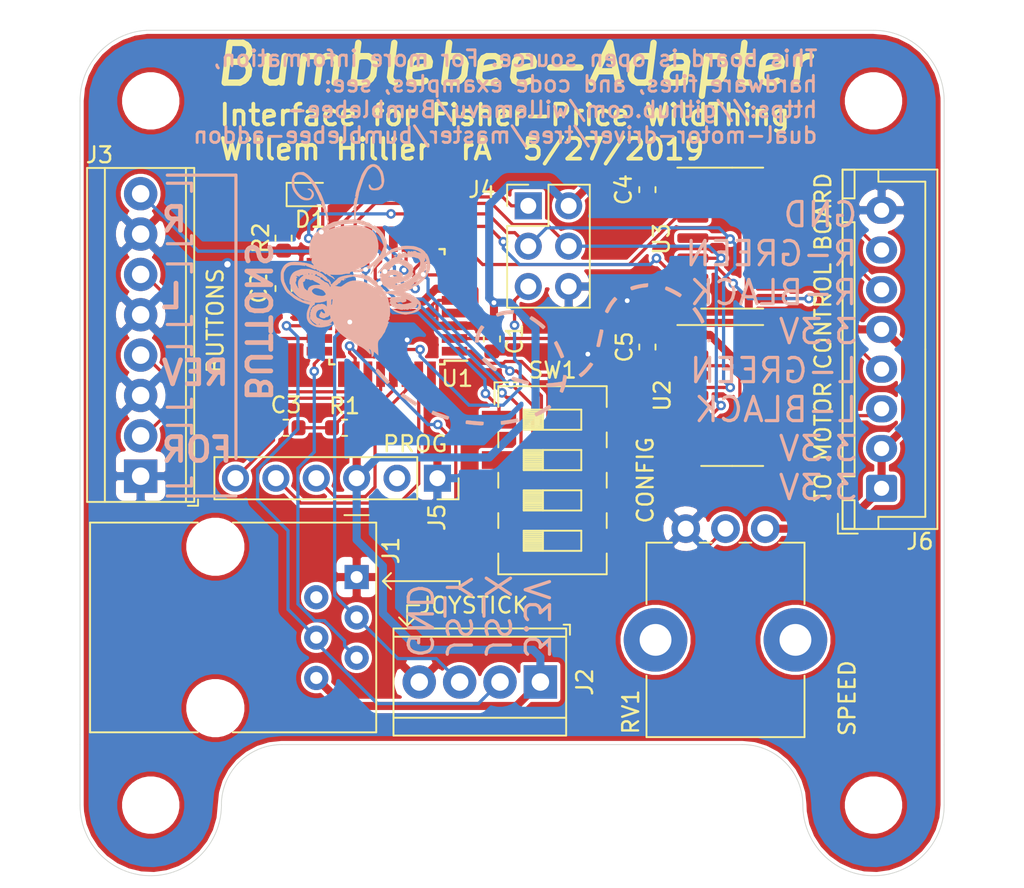
<source format=kicad_pcb>
(kicad_pcb (version 20171130) (host pcbnew "(5.1.0)-1")
  (layers (0 F.Cu signal) (31 B.Cu signal) (34 B.Paste user) (35 F.Paste user) (36 B.SilkS user) (37 F.SilkS user) (38 B.Mask user) (39 F.Mask user) (44 Edge.Cuts user))
  (net 0 "")
  (net 1 GND)
  (net 2 +3V3)
  (net 3 /FTDI_DTR)
  (net 4 /RESET)
  (net 5 "Net-(D1-Pad1)")
  (net 6 /LED1)
  (net 7 /JS_DETECT)
  (net 8 /JS_X)
  (net 9 /JS_Y)
  (net 10 /MISO)
  (net 11 /SCK)
  (net 12 /MOSI)
  (net 13 /FTDI_TX)
  (net 14 /FTDI_RX)
  (net 15 /L_GREEN)
  (net 16 /L_BLACK)
  (net 17 /R_GREEN)
  (net 18 "Net-(SW1-Pad1)")
  (net 19 "Net-(SW1-Pad2)")
  (net 20 "Net-(SW1-Pad3)")
  (net 21 "Net-(SW1-Pad4)")
  (net 22 /DAC1_CS)
  (net 23 /DAC1_LDAC)
  (net 24 /BTN_UP)
  (net 25 /DAC2_CS)
  (net 26 /DAC2_LDAC)
  (net 27 /BTN_DN)
  (net 28 "Net-(RV1-Pad2)")
  (net 29 /BTN_L)
  (net 30 /BTN_R)
  (net 31 /R_BLACK)
  (module logo:bumblebee_logo (layer B.Cu) (at 149.098 34.798 180)
    (fp_text reference G*** hide)
    (fp_text value LOGO hide)
  )
  (module footprints:RJ12_Amphenol_54601 (layer F.Cu) (at 140.335 52.578 270)
    (fp_text reference J1 (at -1.67 -2.16 90) (layer F.SilkS))
    (fp_text value RJ25)
    (pad 1 thru_hole rect (at 0 0 270) (size 1.52 1.52) (drill 0.76) (layers *.Cu *.Mask) (net 1 GND))
    (pad "" np_thru_hole circle (at -1.91 8.89 270) (size 3.25 3.25) (drill 3.25) (layers *.Cu *.Mask))
    (pad 2 thru_hole circle (at 1.27 2.54 270) (size 1.52 1.52) (drill 0.76) (layers *.Cu *.Mask))
    (pad 3 thru_hole circle (at 2.54 0 270) (size 1.52 1.52) (drill 0.76) (layers *.Cu *.Mask) (net 9 /JS_Y))
    (pad 4 thru_hole circle (at 3.81 2.54 270) (size 1.52 1.52) (drill 0.76) (layers *.Cu *.Mask) (net 8 /JS_X))
    (pad 5 thru_hole circle (at 5.08 0 270) (size 1.52 1.52) (drill 0.76) (layers *.Cu *.Mask) (net 7 /JS_DETECT))
    (pad 6 thru_hole circle (at 6.35 2.54 270) (size 1.52 1.52) (drill 0.76) (layers *.Cu *.Mask) (net 2 +3V3))
    (pad "" np_thru_hole circle (at 8.25 8.89 270) (size 3.25 3.25) (drill 3.25) (layers *.Cu *.Mask))
  )
  (module MountingHole:MountingHole_3.2mm_M3 (layer B.Cu) (at 127.381 66.929)
    (fp_text reference REF** hide)
    (fp_text value MountingHole_3.2mm_M3)
    (pad 1 np_thru_hole circle (at 0 0) (size 3.2 3.2) (drill 3.2) (layers *.Cu *.Mask))
  )
  (module MountingHole:MountingHole_3.2mm_M3 (layer F.Cu) (at 172.847 66.929 180)
    (fp_text reference REF** hide)
    (fp_text value MountingHole_3.2mm_M3)
    (pad 1 np_thru_hole circle (at 0 0 180) (size 3.2 3.2) (drill 3.2) (layers *.Cu *.Mask))
  )
  (module MountingHole:MountingHole_3.2mm_M3 (layer B.Cu) (at 172.847 22.606 180)
    (fp_text reference REF** hide)
    (fp_text value MountingHole_3.2mm_M3)
    (pad 1 np_thru_hole circle (at 0 0 180) (size 3.2 3.2) (drill 3.2) (layers *.Cu *.Mask))
  )
  (module MountingHole:MountingHole_3.2mm_M3 (layer F.Cu) (at 127.381 22.606)
    (fp_text reference REF** hide)
    (fp_text value MountingHole_3.2mm_M3)
    (pad 1 np_thru_hole circle (at 0 0) (size 3.2 3.2) (drill 3.2) (layers *.Cu *.Mask))
  )
  (module Connector_JST:JST_XH_B8B-XH-A_1x08_P2.50mm_Vertical (layer F.Cu) (at 173.355 46.99 90)
    (fp_text reference J6 (at -3.3528 2.413 180) (layer F.SilkS))
    (fp_text value INTERFACE)
    (pad 1 thru_hole roundrect (at 0 0 90) (size 1.7 1.95) (drill 0.95) (layers *.Cu *.Mask) (roundrect_rratio 0.147059) (net 2 +3V3))
    (pad 2 thru_hole oval (at 2.5 0 90) (size 1.7 1.95) (drill 0.95) (layers *.Cu *.Mask) (net 2 +3V3))
    (pad 3 thru_hole oval (at 5 0 90) (size 1.7 1.95) (drill 0.95) (layers *.Cu *.Mask) (net 16 /L_BLACK))
    (pad 4 thru_hole oval (at 7.5 0 90) (size 1.7 1.95) (drill 0.95) (layers *.Cu *.Mask) (net 15 /L_GREEN))
    (pad 5 thru_hole oval (at 10 0 90) (size 1.7 1.95) (drill 0.95) (layers *.Cu *.Mask) (net 2 +3V3))
    (pad 6 thru_hole oval (at 12.5 0 90) (size 1.7 1.95) (drill 0.95) (layers *.Cu *.Mask) (net 31 /R_BLACK))
    (pad 7 thru_hole oval (at 15 0 90) (size 1.7 1.95) (drill 0.95) (layers *.Cu *.Mask) (net 17 /R_GREEN))
    (pad 8 thru_hole oval (at 17.5 0 90) (size 1.7 1.95) (drill 0.95) (layers *.Cu *.Mask) (net 1 GND))
  )
  (module Capacitor_SMD:C_0603_1608Metric (layer F.Cu) (at 148.844 37.592 270)
    (fp_text reference C1 (at 0 -1.43 90) (layer F.SilkS))
    (fp_text value 0.1u)
    (pad 2 smd roundrect (at 0.7875 0 270) (size 0.875 0.95) (layers F.Cu F.Paste F.Mask) (net 1 GND))
    (pad 1 smd roundrect (at -0.7875 0 270) (size 0.875 0.95) (layers F.Cu F.Paste F.Mask) (net 2 +3V3))
  )
  (module Capacitor_SMD:C_0603_1608Metric (layer F.Cu) (at 135.7376 34.417 270)
    (fp_text reference C2 (at -0.0254 1.5494 90) (layer F.SilkS))
    (fp_text value 0.1u)
    (pad 1 smd roundrect (at -0.7875 0 270) (size 0.875 0.95) (layers F.Cu F.Paste F.Mask) (net 2 +3V3))
    (pad 2 smd roundrect (at 0.7875 0 270) (size 0.875 0.95) (layers F.Cu F.Paste F.Mask) (net 1 GND))
  )
  (module Capacitor_SMD:C_0603_1608Metric (layer F.Cu) (at 135.89 43.18)
    (fp_text reference C3 (at 0 -1.43) (layer F.SilkS))
    (fp_text value 0.1u)
    (pad 1 smd roundrect (at -0.7875 0) (size 0.875 0.95) (layers F.Cu F.Paste F.Mask) (net 3 /FTDI_DTR))
    (pad 2 smd roundrect (at 0.7875 0) (size 0.875 0.95) (layers F.Cu F.Paste F.Mask) (net 4 /RESET))
  )
  (module Capacitor_SMD:C_0603_1608Metric (layer F.Cu) (at 158.623 28.194 270)
    (fp_text reference C4 (at 0 1.4986 90) (layer F.SilkS))
    (fp_text value 0.1u)
    (pad 1 smd roundrect (at -0.7875 0 270) (size 0.875 0.95) (layers F.Cu F.Paste F.Mask) (net 2 +3V3))
    (pad 2 smd roundrect (at 0.7875 0 270) (size 0.875 0.95) (layers F.Cu F.Paste F.Mask) (net 1 GND))
  )
  (module Capacitor_SMD:C_0603_1608Metric (layer F.Cu) (at 158.623 38.1 270)
    (fp_text reference C5 (at 0 1.4478 90) (layer F.SilkS))
    (fp_text value 0.1u)
    (pad 2 smd roundrect (at 0.7875 0 270) (size 0.875 0.95) (layers F.Cu F.Paste F.Mask) (net 1 GND))
    (pad 1 smd roundrect (at -0.7875 0 270) (size 0.875 0.95) (layers F.Cu F.Paste F.Mask) (net 2 +3V3))
  )
  (module LED_SMD:LED_0603_1608Metric (layer F.Cu) (at 137.414 28.4988)
    (fp_text reference D1 (at 0 1.5748) (layer F.SilkS))
    (fp_text value LED)
    (pad 1 smd roundrect (at -0.7875 0) (size 0.875 0.95) (layers F.Cu F.Paste F.Mask) (net 5 "Net-(D1-Pad1)"))
    (pad 2 smd roundrect (at 0.7875 0) (size 0.875 0.95) (layers F.Cu F.Paste F.Mask) (net 6 /LED1))
  )
  (module Connector_PinHeader_2.54mm:PinHeader_2x03_P2.54mm_Vertical (layer F.Cu) (at 151.13 29.21)
    (fp_text reference J4 (at -2.921 -1.016) (layer F.SilkS))
    (fp_text value ICSP)
    (pad 1 thru_hole rect (at 0 0) (size 1.7 1.7) (drill 1) (layers *.Cu *.Mask) (net 10 /MISO))
    (pad 2 thru_hole oval (at 2.54 0) (size 1.7 1.7) (drill 1) (layers *.Cu *.Mask) (net 2 +3V3))
    (pad 3 thru_hole oval (at 0 2.54) (size 1.7 1.7) (drill 1) (layers *.Cu *.Mask) (net 11 /SCK))
    (pad 4 thru_hole oval (at 2.54 2.54) (size 1.7 1.7) (drill 1) (layers *.Cu *.Mask) (net 12 /MOSI))
    (pad 5 thru_hole oval (at 0 5.08) (size 1.7 1.7) (drill 1) (layers *.Cu *.Mask) (net 4 /RESET))
    (pad 6 thru_hole oval (at 2.54 5.08) (size 1.7 1.7) (drill 1) (layers *.Cu *.Mask) (net 1 GND))
  )
  (module Resistor_SMD:R_0603_1608Metric (layer F.Cu) (at 139.573 43.18 180)
    (fp_text reference R1 (at 0 1.3716) (layer F.SilkS))
    (fp_text value 10k)
    (pad 1 smd roundrect (at -0.7875 0 180) (size 0.875 0.95) (layers F.Cu F.Paste F.Mask) (net 2 +3V3))
    (pad 2 smd roundrect (at 0.7875 0 180) (size 0.875 0.95) (layers F.Cu F.Paste F.Mask) (net 4 /RESET))
  )
  (module Resistor_SMD:R_0603_1608Metric (layer F.Cu) (at 135.7376 31.242 90)
    (fp_text reference R2 (at 0 -1.43 90) (layer F.SilkS))
    (fp_text value 1k)
    (pad 1 smd roundrect (at -0.7875 0 90) (size 0.875 0.95) (layers F.Cu F.Paste F.Mask) (net 1 GND))
    (pad 2 smd roundrect (at 0.7875 0 90) (size 0.875 0.95) (layers F.Cu F.Paste F.Mask) (net 5 "Net-(D1-Pad1)"))
  )
  (module Button_Switch_SMD:SW_DIP_SPSTx04_Slide_6.7x11.72mm_W6.73mm_P2.54mm_LowProfile_JPin (layer F.Cu) (at 152.654 46.482)
    (fp_text reference SW1 (at 0 -6.92 -180) (layer F.SilkS))
    (fp_text value SW_DIP_x04)
    (pad 8 smd rect (at 3.365 -3.81) (size 2.16 1.12) (layers F.Cu F.Paste F.Mask) (net 1 GND))
    (pad 4 smd rect (at -3.365 3.81) (size 2.16 1.12) (layers F.Cu F.Paste F.Mask) (net 21 "Net-(SW1-Pad4)"))
    (pad 7 smd rect (at 3.365 -1.27) (size 2.16 1.12) (layers F.Cu F.Paste F.Mask) (net 1 GND))
    (pad 3 smd rect (at -3.365 1.27) (size 2.16 1.12) (layers F.Cu F.Paste F.Mask) (net 20 "Net-(SW1-Pad3)"))
    (pad 6 smd rect (at 3.365 1.27) (size 2.16 1.12) (layers F.Cu F.Paste F.Mask) (net 1 GND))
    (pad 2 smd rect (at -3.365 -1.27) (size 2.16 1.12) (layers F.Cu F.Paste F.Mask) (net 19 "Net-(SW1-Pad2)"))
    (pad 5 smd rect (at 3.365 3.81) (size 2.16 1.12) (layers F.Cu F.Paste F.Mask) (net 1 GND))
    (pad 1 smd rect (at -3.365 -3.81) (size 2.16 1.12) (layers F.Cu F.Paste F.Mask) (net 18 "Net-(SW1-Pad1)"))
  )
  (module Package_QFP:TQFP-32_7x7mm_P0.8mm (layer F.Cu) (at 142.24 35.56 180)
    (fp_text reference U1 (at -4.4196 -4.5212) (layer F.SilkS))
    (fp_text value ATmega328P-AU)
    (pad 1 smd rect (at -4.25 -2.8 180) (size 1.6 0.55) (layers F.Cu F.Paste F.Mask) (net 22 /DAC1_CS))
    (pad 2 smd rect (at -4.25 -2 180) (size 1.6 0.55) (layers F.Cu F.Paste F.Mask) (net 23 /DAC1_LDAC))
    (pad 3 smd rect (at -4.25 -1.2 180) (size 1.6 0.55) (layers F.Cu F.Paste F.Mask) (net 1 GND))
    (pad 4 smd rect (at -4.25 -0.4 180) (size 1.6 0.55) (layers F.Cu F.Paste F.Mask) (net 2 +3V3))
    (pad 5 smd rect (at -4.25 0.4 180) (size 1.6 0.55) (layers F.Cu F.Paste F.Mask) (net 1 GND))
    (pad 6 smd rect (at -4.25 1.2 180) (size 1.6 0.55) (layers F.Cu F.Paste F.Mask) (net 2 +3V3))
    (pad 7 smd rect (at -4.25 2 180) (size 1.6 0.55) (layers F.Cu F.Paste F.Mask) (net 21 "Net-(SW1-Pad4)"))
    (pad 8 smd rect (at -4.25 2.8 180) (size 1.6 0.55) (layers F.Cu F.Paste F.Mask) (net 24 /BTN_UP))
    (pad 9 smd rect (at -2.8 4.25 270) (size 1.6 0.55) (layers F.Cu F.Paste F.Mask) (net 25 /DAC2_CS))
    (pad 10 smd rect (at -2 4.25 270) (size 1.6 0.55) (layers F.Cu F.Paste F.Mask) (net 26 /DAC2_LDAC))
    (pad 11 smd rect (at -1.2 4.25 270) (size 1.6 0.55) (layers F.Cu F.Paste F.Mask) (net 6 /LED1))
    (pad 12 smd rect (at -0.4 4.25 270) (size 1.6 0.55) (layers F.Cu F.Paste F.Mask) (net 20 "Net-(SW1-Pad3)"))
    (pad 13 smd rect (at 0.4 4.25 270) (size 1.6 0.55) (layers F.Cu F.Paste F.Mask) (net 19 "Net-(SW1-Pad2)"))
    (pad 14 smd rect (at 1.2 4.25 270) (size 1.6 0.55) (layers F.Cu F.Paste F.Mask) (net 18 "Net-(SW1-Pad1)"))
    (pad 15 smd rect (at 2 4.25 270) (size 1.6 0.55) (layers F.Cu F.Paste F.Mask) (net 12 /MOSI))
    (pad 16 smd rect (at 2.8 4.25 270) (size 1.6 0.55) (layers F.Cu F.Paste F.Mask) (net 10 /MISO))
    (pad 17 smd rect (at 4.25 2.8 180) (size 1.6 0.55) (layers F.Cu F.Paste F.Mask) (net 11 /SCK))
    (pad 18 smd rect (at 4.25 2 180) (size 1.6 0.55) (layers F.Cu F.Paste F.Mask) (net 2 +3V3))
    (pad 19 smd rect (at 4.25 1.2 180) (size 1.6 0.55) (layers F.Cu F.Paste F.Mask) (net 9 /JS_Y))
    (pad 20 smd rect (at 4.25 0.4 180) (size 1.6 0.55) (layers F.Cu F.Paste F.Mask))
    (pad 21 smd rect (at 4.25 -0.4 180) (size 1.6 0.55) (layers F.Cu F.Paste F.Mask) (net 1 GND))
    (pad 22 smd rect (at 4.25 -1.2 180) (size 1.6 0.55) (layers F.Cu F.Paste F.Mask) (net 8 /JS_X))
    (pad 23 smd rect (at 4.25 -2 180) (size 1.6 0.55) (layers F.Cu F.Paste F.Mask) (net 27 /BTN_DN))
    (pad 24 smd rect (at 4.25 -2.8 180) (size 1.6 0.55) (layers F.Cu F.Paste F.Mask) (net 7 /JS_DETECT))
    (pad 25 smd rect (at 2.8 -4.25 270) (size 1.6 0.55) (layers F.Cu F.Paste F.Mask))
    (pad 26 smd rect (at 2 -4.25 270) (size 1.6 0.55) (layers F.Cu F.Paste F.Mask) (net 28 "Net-(RV1-Pad2)"))
    (pad 27 smd rect (at 1.2 -4.25 270) (size 1.6 0.55) (layers F.Cu F.Paste F.Mask) (net 29 /BTN_L))
    (pad 28 smd rect (at 0.4 -4.25 270) (size 1.6 0.55) (layers F.Cu F.Paste F.Mask) (net 30 /BTN_R))
    (pad 29 smd rect (at -0.4 -4.25 270) (size 1.6 0.55) (layers F.Cu F.Paste F.Mask) (net 4 /RESET))
    (pad 30 smd rect (at -1.2 -4.25 270) (size 1.6 0.55) (layers F.Cu F.Paste F.Mask) (net 13 /FTDI_TX))
    (pad 31 smd rect (at -2 -4.25 270) (size 1.6 0.55) (layers F.Cu F.Paste F.Mask) (net 14 /FTDI_RX))
    (pad 32 smd rect (at -2.8 -4.25 270) (size 1.6 0.55) (layers F.Cu F.Paste F.Mask))
  )
  (module Package_SO:SOIC-14_3.9x8.7mm_P1.27mm (layer F.Cu) (at 163.957 41.148)
    (fp_text reference U2 (at -4.3942 0 90) (layer F.SilkS))
    (fp_text value MCP4902)
    (pad 14 smd roundrect (at 2.475 -3.81) (size 1.95 0.6) (layers F.Cu F.Paste F.Mask) (net 15 /L_GREEN))
    (pad 13 smd roundrect (at 2.475 -2.54) (size 1.95 0.6) (layers F.Cu F.Paste F.Mask) (net 2 +3V3))
    (pad 12 smd roundrect (at 2.475 -1.27) (size 1.95 0.6) (layers F.Cu F.Paste F.Mask) (net 1 GND))
    (pad 11 smd roundrect (at 2.475 0) (size 1.95 0.6) (layers F.Cu F.Paste F.Mask) (net 2 +3V3))
    (pad 10 smd roundrect (at 2.475 1.27) (size 1.95 0.6) (layers F.Cu F.Paste F.Mask) (net 16 /L_BLACK))
    (pad 9 smd roundrect (at 2.475 2.54) (size 1.95 0.6) (layers F.Cu F.Paste F.Mask))
    (pad 8 smd roundrect (at 2.475 3.81) (size 1.95 0.6) (layers F.Cu F.Paste F.Mask) (net 23 /DAC1_LDAC))
    (pad 7 smd roundrect (at -2.475 3.81) (size 1.95 0.6) (layers F.Cu F.Paste F.Mask))
    (pad 6 smd roundrect (at -2.475 2.54) (size 1.95 0.6) (layers F.Cu F.Paste F.Mask))
    (pad 5 smd roundrect (at -2.475 1.27) (size 1.95 0.6) (layers F.Cu F.Paste F.Mask) (net 12 /MOSI))
    (pad 4 smd roundrect (at -2.475 0) (size 1.95 0.6) (layers F.Cu F.Paste F.Mask) (net 11 /SCK))
    (pad 3 smd roundrect (at -2.475 -1.27) (size 1.95 0.6) (layers F.Cu F.Paste F.Mask) (net 22 /DAC1_CS))
    (pad 2 smd roundrect (at -2.475 -2.54) (size 1.95 0.6) (layers F.Cu F.Paste F.Mask))
    (pad 1 smd roundrect (at -2.475 -3.81) (size 1.95 0.6) (layers F.Cu F.Paste F.Mask) (net 2 +3V3))
  )
  (module Package_SO:SOIC-14_3.9x8.7mm_P1.27mm (layer F.Cu) (at 163.957 31.242)
    (fp_text reference U3 (at -4.445 0.0508 90) (layer F.SilkS))
    (fp_text value MCP4902)
    (pad 1 smd roundrect (at -2.475 -3.81) (size 1.95 0.6) (layers F.Cu F.Paste F.Mask) (net 2 +3V3))
    (pad 2 smd roundrect (at -2.475 -2.54) (size 1.95 0.6) (layers F.Cu F.Paste F.Mask))
    (pad 3 smd roundrect (at -2.475 -1.27) (size 1.95 0.6) (layers F.Cu F.Paste F.Mask) (net 25 /DAC2_CS))
    (pad 4 smd roundrect (at -2.475 0) (size 1.95 0.6) (layers F.Cu F.Paste F.Mask) (net 11 /SCK))
    (pad 5 smd roundrect (at -2.475 1.27) (size 1.95 0.6) (layers F.Cu F.Paste F.Mask) (net 12 /MOSI))
    (pad 6 smd roundrect (at -2.475 2.54) (size 1.95 0.6) (layers F.Cu F.Paste F.Mask))
    (pad 7 smd roundrect (at -2.475 3.81) (size 1.95 0.6) (layers F.Cu F.Paste F.Mask))
    (pad 8 smd roundrect (at 2.475 3.81) (size 1.95 0.6) (layers F.Cu F.Paste F.Mask) (net 26 /DAC2_LDAC))
    (pad 9 smd roundrect (at 2.475 2.54) (size 1.95 0.6) (layers F.Cu F.Paste F.Mask))
    (pad 10 smd roundrect (at 2.475 1.27) (size 1.95 0.6) (layers F.Cu F.Paste F.Mask) (net 31 /R_BLACK))
    (pad 11 smd roundrect (at 2.475 0) (size 1.95 0.6) (layers F.Cu F.Paste F.Mask) (net 2 +3V3))
    (pad 12 smd roundrect (at 2.475 -1.27) (size 1.95 0.6) (layers F.Cu F.Paste F.Mask) (net 1 GND))
    (pad 13 smd roundrect (at 2.475 -2.54) (size 1.95 0.6) (layers F.Cu F.Paste F.Mask) (net 2 +3V3))
    (pad 14 smd roundrect (at 2.475 -3.81) (size 1.95 0.6) (layers F.Cu F.Paste F.Mask) (net 17 /R_GREEN))
  )
  (module Connector_PinSocket_2.54mm:PinSocket_1x06_P2.54mm_Vertical (layer F.Cu) (at 145.415 46.355 270)
    (fp_text reference J5 (at 2.4638 0.0254 90) (layer F.SilkS))
    (fp_text value FTDI_FLASH)
    (pad 1 thru_hole rect (at 0 0 270) (size 1.7 1.7) (drill 1) (layers *.Cu *.Mask) (net 1 GND))
    (pad 2 thru_hole oval (at 0 2.54 270) (size 1.7 1.7) (drill 1) (layers *.Cu *.Mask))
    (pad 3 thru_hole oval (at 0 5.08 270) (size 1.7 1.7) (drill 1) (layers *.Cu *.Mask) (net 2 +3V3))
    (pad 4 thru_hole oval (at 0 7.62 270) (size 1.7 1.7) (drill 1) (layers *.Cu *.Mask) (net 13 /FTDI_TX))
    (pad 5 thru_hole oval (at 0 10.16 270) (size 1.7 1.7) (drill 1) (layers *.Cu *.Mask) (net 14 /FTDI_RX))
    (pad 6 thru_hole oval (at 0 12.7 270) (size 1.7 1.7) (drill 1) (layers *.Cu *.Mask) (net 3 /FTDI_DTR))
  )
  (module footprints:TerminalBlock_TE_282834-4_1x04_P2.54mm_Horizontal (layer F.Cu) (at 151.892 59.182 180)
    (fp_text reference J2 (at -2.794 0 270) (layer F.SilkS))
    (fp_text value HEADER)
    (pad 1 thru_hole rect (at 0 0 180) (size 2.1 2.1) (drill 1.1) (layers *.Cu *.Mask) (net 2 +3V3))
    (pad 2 thru_hole circle (at 2.54 0 180) (size 2.1 2.1) (drill 1.1) (layers *.Cu *.Mask) (net 8 /JS_X))
    (pad 3 thru_hole circle (at 5.08 0 180) (size 2.1 2.1) (drill 1.1) (layers *.Cu *.Mask) (net 9 /JS_Y))
    (pad 4 thru_hole circle (at 7.62 0 180) (size 2.1 2.1) (drill 1.1) (layers *.Cu *.Mask) (net 1 GND))
  )
  (module footprints:TerminalBlock_TE_282834-8_1x08_P2.54mm_Horizontal (layer F.Cu) (at 126.746 46.228 90)
    (fp_text reference J3 (at 20.2184 -2.5908) (layer F.SilkS))
    (fp_text value HEADER)
    (pad 8 thru_hole circle (at 17.78 0 90) (size 2.1 2.1) (drill 1.1) (layers *.Cu *.Mask) (net 24 /BTN_UP))
    (pad 7 thru_hole circle (at 15.24 0 90) (size 2.1 2.1) (drill 1.1) (layers *.Cu *.Mask) (net 1 GND))
    (pad 6 thru_hole circle (at 12.7 0 90) (size 2.1 2.1) (drill 1.1) (layers *.Cu *.Mask) (net 27 /BTN_DN))
    (pad 5 thru_hole circle (at 10.16 0 90) (size 2.1 2.1) (drill 1.1) (layers *.Cu *.Mask) (net 1 GND))
    (pad 4 thru_hole circle (at 7.62 0 90) (size 2.1 2.1) (drill 1.1) (layers *.Cu *.Mask) (net 29 /BTN_L))
    (pad 3 thru_hole circle (at 5.08 0 90) (size 2.1 2.1) (drill 1.1) (layers *.Cu *.Mask) (net 1 GND))
    (pad 2 thru_hole circle (at 2.54 0 90) (size 2.1 2.1) (drill 1.1) (layers *.Cu *.Mask) (net 30 /BTN_R))
    (pad 1 thru_hole rect (at 0 0 90) (size 2.1 2.1) (drill 1.1) (layers *.Cu *.Mask) (net 1 GND))
  )
  (module footprints:Potentiometer_Bourns_PTV09A-1_Single_Vertical (layer F.Cu) (at 161.036 49.53 270)
    (fp_text reference RV1 (at 11.5316 3.4544 90) (layer F.SilkS))
    (fp_text value R_POT_US)
    (pad 3 thru_hole circle (at 0 -5 270) (size 1.8 1.8) (drill 1) (layers *.Cu *.Mask) (net 2 +3V3))
    (pad 2 thru_hole circle (at 0 -2.5 270) (size 1.8 1.8) (drill 1) (layers *.Cu *.Mask) (net 28 "Net-(RV1-Pad2)"))
    (pad 1 thru_hole circle (at 0 0 270) (size 1.8 1.8) (drill 1) (layers *.Cu *.Mask) (net 1 GND))
    (pad "" np_thru_hole circle (at 7 -6.9 270) (size 4 4) (drill 2) (layers *.Cu *.Mask))
    (pad "" np_thru_hole circle (at 7 1.9 270) (size 4 4) (drill 2) (layers *.Cu *.Mask))
  )
  (gr_text "This board is open source. For more information,\nhardware files, and code examples, see:\nhttps://github.com/willemcvu/Bumblebee-\ndual-motor-driver/tree/master/bumblebee-addon\n" (at 169.418 22.352) (layer B.SilkS) (effects (font (size 1 1) (thickness 0.18)) (justify left mirror)))
  (gr_text "Willem Hillier  rA  5/27/2019" (at 131.572 25.654) (layer F.SilkS) (effects (font (size 1.3 1.3) (thickness 0.24)) (justify left)))
  (gr_text Bumblebee-Adapter (at 131.191 20.32) (layer F.SilkS) (effects (font (size 2.5 2.5) (thickness 0.4) italic) (justify left)))
  (gr_text "Interface for Fisher-Price WildThing" (at 131.572 23.495) (layer F.SilkS) (effects (font (size 1.3 1.3) (thickness 0.24)) (justify left)))
  (gr_text "3.3V\nJS_X\nJS_Y\nGND" (at 147.955 57.785 270) (layer B.SilkS) (effects (font (size 1.524 1.524) (thickness 0.2032)) (justify left mirror)))
  (gr_text "GND\nR-GREEN\nR-BLACK\n3.3V\nL-GREEN\nL-BLACK\n3.3V\n3.3V" (at 171.958 38.354) (layer B.SilkS) (effects (font (size 1.524 1.524) (thickness 0.2032)) (justify left mirror)))
  (gr_text PROG (at 144.018 44.196) (layer F.SilkS) (effects (font (size 1 1))))
  (gr_text SPEED (at 171.196 60.198 90) (layer F.SilkS) (effects (font (size 1 1))))
  (gr_text CONFIG (at 158.496 46.482 90) (layer F.SilkS) (effects (font (size 1 1))))
  (gr_line (start 143.51 54.356) (end 143.51 54.61) (layer F.SilkS) (width 0.12))
  (gr_line (start 144.272 54.356) (end 143.51 54.356) (layer F.SilkS) (width 0.12))
  (gr_line (start 141.986 52.832) (end 142.494 53.34) (layer F.SilkS) (width 0.12))
  (gr_line (start 141.986 52.832) (end 142.494 52.324) (layer F.SilkS) (width 0.12))
  (gr_line (start 146.812 52.832) (end 141.986 52.832) (layer F.SilkS) (width 0.12))
  (gr_line (start 146.812 53.34) (end 146.812 52.832) (layer F.SilkS) (width 0.12))
  (gr_line (start 143.51 55.626) (end 144.018 55.118) (layer F.SilkS) (width 0.12))
  (gr_line (start 143.51 55.626) (end 143.002 55.118) (layer F.SilkS) (width 0.12))
  (gr_line (start 143.51 54.61) (end 143.51 55.626) (layer F.SilkS) (width 0.12))
  (gr_text JOYSTICK (at 147.701 54.356) (layer F.SilkS) (effects (font (size 1 1))))
  (gr_text BUTTONS (at 131.445 36.449 90) (layer F.SilkS) (effects (font (size 1 1))))
  (gr_line (start 129.9464 46.3296) (end 129.9464 46.8376) (layer B.SilkS) (width 0.2))
  (gr_line (start 129.9464 41.8846) (end 128.4224 41.8846) (layer B.SilkS) (width 0.2))
  (gr_line (start 129.9464 43.0276) (end 128.4224 43.0276) (layer B.SilkS) (width 0.2))
  (gr_line (start 129.9464 27.7876) (end 129.9464 28.2956) (layer B.SilkS) (width 0.2))
  (gr_line (start 129.9464 36.1696) (end 129.9464 36.6776) (layer B.SilkS) (width 0.2))
  (gr_line (start 129.9464 36.6776) (end 128.4224 36.6776) (layer B.SilkS) (width 0.2))
  (gr_line (start 129.9464 43.0276) (end 129.9464 43.5356) (layer B.SilkS) (width 0.2))
  (gr_line (start 132.7404 45.1104) (end 132.7404 27.2796) (layer B.SilkS) (width 0.2))
  (gr_line (start 129.9464 41.3766) (end 129.9464 41.8846) (layer B.SilkS) (width 0.2))
  (gr_line (start 129.9464 38.0746) (end 129.9464 38.5826) (layer B.SilkS) (width 0.2))
  (gr_line (start 129.9464 27.7876) (end 128.4224 27.7876) (layer B.SilkS) (width 0.2))
  (gr_line (start 129.9464 31.0896) (end 129.9464 31.5976) (layer B.SilkS) (width 0.2))
  (gr_line (start 129.9464 46.8376) (end 128.4224 46.8376) (layer B.SilkS) (width 0.2))
  (gr_line (start 129.9464 38.0746) (end 128.4224 38.0746) (layer B.SilkS) (width 0.2))
  (gr_line (start 129.9464 31.5976) (end 128.4224 31.5976) (layer B.SilkS) (width 0.2))
  (gr_line (start 129.9464 32.8676) (end 128.4224 32.8676) (layer B.SilkS) (width 0.2))
  (gr_line (start 129.9464 32.8676) (end 129.9464 33.3756) (layer B.SilkS) (width 0.2))
  (gr_line (start 132.7404 27.2796) (end 128.4224 27.2796) (layer B.SilkS) (width 0.2))
  (gr_line (start 128.4224 47.4726) (end 132.7404 47.4726) (layer B.SilkS) (width 0.2))
  (gr_text "R\n\nL\n\nREV\n\nFOR" (at 127.9144 37.3126) (layer B.SilkS) (effects (font (size 1.5 1.5) (thickness 0.3)) (justify right mirror)))
  (gr_text BUTTONS (at 134.112 41.656 270) (layer B.SilkS) (effects (font (size 1.5 1.5) (thickness 0.3)) (justify left mirror)))
  (gr_text "TO MOTOR CONTROL BOARD" (at 169.672 37.4904 90) (layer F.SilkS) (effects (font (size 1 1))))
  (gr_arc (start 135.636 66.929) (end 131.826 66.929) (angle 90) (layer Edge.Cuts) (width 0.05))
  (gr_line (start 122.936 63.119) (end 122.936 66.929) (layer Edge.Cuts) (width 0.05))
  (gr_arc (start 127.381 66.929) (end 131.826 66.929) (angle 180) (layer Edge.Cuts) (width 0.05))
  (gr_arc (start 172.847 66.929) (end 168.402 66.929) (angle -180) (layer Edge.Cuts) (width 0.05))
  (gr_line (start 177.292 63.119) (end 177.292 66.929) (layer Edge.Cuts) (width 0.05))
  (gr_arc (start 164.592 66.929) (end 168.402 66.929) (angle -90) (layer Edge.Cuts) (width 0.05))
  (gr_arc (start 172.847 22.606) (end 172.847 18.161) (angle 90) (layer Edge.Cuts) (width 0.05))
  (gr_line (start 177.292 26.416) (end 177.292 22.606) (layer Edge.Cuts) (width 0.05))
  (gr_arc (start 127.388251 22.606) (end 127.127 18.161) (angle -86.63636006) (layer Edge.Cuts) (width 0.05))
  (gr_line (start 122.936 26.416) (end 122.936 22.606) (layer Edge.Cuts) (width 0.05))
  (gr_line (start 164.592 63.119) (end 135.636 63.119) (layer Edge.Cuts) (width 0.05))
  (gr_line (start 177.292 26.416) (end 177.292 63.119) (layer Edge.Cuts) (width 0.05))
  (gr_line (start 127.127 18.161) (end 172.847 18.161) (layer Edge.Cuts) (width 0.05))
  (gr_line (start 122.936 63.119) (end 122.936 26.416) (layer Edge.Cuts) (width 0.05))
  (via (at 154.8765 38.5445) (size 0.6) (drill 0.3) (layers F.Cu B.Cu) (net 1))
  (via (at 157.353 35.179) (size 0.6) (drill 0.3) (layers F.Cu B.Cu) (net 1))
  (segment (start 145.4868 36.76) (end 146.49 36.76) (width 0.2032) (layer F.Cu) (net 1))
  (segment (start 145.385199 36.658399) (end 145.4868 36.76) (width 0.2032) (layer F.Cu) (net 1))
  (segment (start 145.385199 35.261601) (end 145.385199 36.658399) (width 0.2032) (layer F.Cu) (net 1))
  (segment (start 145.4868 35.16) (end 145.385199 35.261601) (width 0.2032) (layer F.Cu) (net 1))
  (segment (start 146.49 35.16) (end 145.4868 35.16) (width 0.2032) (layer F.Cu) (net 1))
  (via (at 143.51 37.64759) (size 0.6) (drill 0.3) (layers F.Cu B.Cu) (net 1))
  (via (at 132.207 32.893) (size 0.8) (drill 0.4) (layers F.Cu B.Cu) (net 1))
  (segment (start 136.4931 35.96) (end 135.7376 35.2045) (width 0.508) (layer F.Cu) (net 1))
  (segment (start 137.99 35.96) (end 136.4931 35.96) (width 0.508) (layer F.Cu) (net 1))
  (segment (start 140.335 43.2055) (end 140.3605 43.18) (width 0.508) (layer F.Cu) (net 2))
  (segment (start 140.335 46.355) (end 140.335 43.2055) (width 0.508) (layer F.Cu) (net 2))
  (segment (start 165.357 31.242) (end 166.432 31.242) (width 0.508) (layer F.Cu) (net 2))
  (segment (start 164.99979 30.88479) (end 165.357 31.242) (width 0.508) (layer F.Cu) (net 2))
  (segment (start 164.99979 29.05921) (end 164.99979 30.88479) (width 0.508) (layer F.Cu) (net 2))
  (segment (start 165.357 28.702) (end 164.99979 29.05921) (width 0.508) (layer F.Cu) (net 2))
  (segment (start 166.432 28.702) (end 165.357 28.702) (width 0.508) (layer F.Cu) (net 2))
  (segment (start 163.37258 27.432) (end 164.99979 29.05921) (width 0.508) (layer F.Cu) (net 2))
  (segment (start 161.482 27.432) (end 163.37258 27.432) (width 0.508) (layer F.Cu) (net 2))
  (segment (start 165.357 38.608) (end 164.99979 38.96521) (width 0.508) (layer F.Cu) (net 2))
  (segment (start 166.432 38.608) (end 165.357 38.608) (width 0.508) (layer F.Cu) (net 2))
  (segment (start 164.18421 38.96521) (end 164.99979 38.96521) (width 0.508) (layer F.Cu) (net 2))
  (segment (start 162.557 37.338) (end 164.18421 38.96521) (width 0.508) (layer F.Cu) (net 2))
  (segment (start 161.482 37.338) (end 162.557 37.338) (width 0.508) (layer F.Cu) (net 2))
  (segment (start 161.4565 37.3125) (end 161.482 37.338) (width 0.508) (layer F.Cu) (net 2))
  (segment (start 158.623 37.3125) (end 161.4565 37.3125) (width 0.508) (layer F.Cu) (net 2))
  (segment (start 161.4565 27.4065) (end 161.482 27.432) (width 0.508) (layer F.Cu) (net 2))
  (segment (start 158.623 27.4065) (end 161.4565 27.4065) (width 0.508) (layer F.Cu) (net 2))
  (segment (start 155.4735 27.4065) (end 158.623 27.4065) (width 0.508) (layer F.Cu) (net 2))
  (segment (start 153.67 29.21) (end 155.4735 27.4065) (width 0.508) (layer F.Cu) (net 2))
  (segment (start 161.85271 36.96729) (end 161.482 37.338) (width 0.508) (layer F.Cu) (net 2))
  (segment (start 162.23921 36.58079) (end 161.85271 36.96729) (width 0.508) (layer F.Cu) (net 2))
  (segment (start 147.9995 35.96) (end 148.844 36.8045) (width 0.508) (layer F.Cu) (net 2))
  (segment (start 146.49 35.96) (end 147.9995 35.96) (width 0.508) (layer F.Cu) (net 2))
  (segment (start 138.554999 59.687999) (end 137.795 58.928) (width 0.508) (layer F.Cu) (net 2))
  (segment (start 139.556201 60.689201) (end 138.554999 59.687999) (width 0.508) (layer F.Cu) (net 2))
  (segment (start 150.384799 60.689201) (end 139.556201 60.689201) (width 0.508) (layer F.Cu) (net 2))
  (segment (start 151.892 59.182) (end 150.384799 60.689201) (width 0.508) (layer F.Cu) (net 2))
  (segment (start 140.335 50.235038) (end 140.335 46.355) (width 0.508) (layer B.Cu) (net 2))
  (segment (start 151.892 57.624) (end 151.418 57.15) (width 0.508) (layer B.Cu) (net 2))
  (segment (start 151.892 59.182) (end 151.892 57.624) (width 0.508) (layer B.Cu) (net 2))
  (segment (start 151.418 57.15) (end 144.272 57.15) (width 0.508) (layer B.Cu) (net 2))
  (segment (start 144.272 57.15) (end 141.986 54.864) (width 0.508) (layer B.Cu) (net 2))
  (segment (start 141.986 54.864) (end 141.986 51.886038) (width 0.508) (layer B.Cu) (net 2))
  (segment (start 141.986 51.886038) (end 140.335 50.235038) (width 0.508) (layer B.Cu) (net 2))
  (segment (start 170.815 49.53) (end 173.355 46.99) (width 0.508) (layer F.Cu) (net 2))
  (segment (start 166.036 49.53) (end 170.815 49.53) (width 0.508) (layer F.Cu) (net 2))
  (segment (start 173.355 46.99) (end 173.355 44.49) (width 0.508) (layer F.Cu) (net 2))
  (segment (start 173.48 36.99) (end 173.355 36.99) (width 0.508) (layer F.Cu) (net 2))
  (segment (start 174.838 38.348) (end 173.48 36.99) (width 0.508) (layer F.Cu) (net 2))
  (segment (start 174.838 43.132) (end 174.838 38.348) (width 0.508) (layer F.Cu) (net 2))
  (segment (start 173.48 44.49) (end 174.838 43.132) (width 0.508) (layer F.Cu) (net 2))
  (segment (start 173.355 44.49) (end 173.48 44.49) (width 0.508) (layer F.Cu) (net 2))
  (segment (start 171.46279 36.58079) (end 165.29529 36.58079) (width 0.508) (layer F.Cu) (net 2))
  (segment (start 171.872 36.99) (end 171.46279 36.58079) (width 0.508) (layer F.Cu) (net 2))
  (segment (start 173.355 36.99) (end 171.872 36.99) (width 0.508) (layer F.Cu) (net 2))
  (segment (start 165.29529 36.58079) (end 162.23921 36.58079) (width 0.508) (layer F.Cu) (net 2))
  (segment (start 164.99979 40.79079) (end 165.357 41.148) (width 0.508) (layer F.Cu) (net 2))
  (segment (start 165.357 41.148) (end 166.432 41.148) (width 0.508) (layer F.Cu) (net 2))
  (segment (start 164.99979 38.96521) (end 164.99979 40.79079) (width 0.508) (layer F.Cu) (net 2))
  (segment (start 145.644923 34.429114) (end 145.714037 34.36) (width 0.508) (layer F.Cu) (net 2))
  (segment (start 145.322924 34.429114) (end 145.644923 34.429114) (width 0.508) (layer F.Cu) (net 2))
  (segment (start 140.975702 35.237702) (end 144.514336 35.237702) (width 0.508) (layer F.Cu) (net 2))
  (segment (start 137.99 33.56) (end 139.298 33.56) (width 0.508) (layer F.Cu) (net 2))
  (segment (start 144.514336 35.237702) (end 145.322924 34.429114) (width 0.508) (layer F.Cu) (net 2))
  (segment (start 139.298 33.56) (end 140.975702 35.237702) (width 0.508) (layer F.Cu) (net 2))
  (segment (start 145.714037 34.36) (end 146.49 34.36) (width 0.508) (layer F.Cu) (net 2))
  (via (at 148.971 35.306) (size 0.6) (drill 0.3) (layers F.Cu B.Cu) (net 2))
  (segment (start 148.971 36.6775) (end 148.844 36.8045) (width 0.508) (layer F.Cu) (net 2))
  (segment (start 148.971 35.306) (end 148.971 36.6775) (width 0.508) (layer F.Cu) (net 2))
  (segment (start 147.587962 34.36) (end 146.49 34.36) (width 0.508) (layer F.Cu) (net 2))
  (segment (start 147.747201 34.519239) (end 147.587962 34.36) (width 0.508) (layer F.Cu) (net 2))
  (segment (start 147.747201 35.800761) (end 147.747201 34.519239) (width 0.508) (layer F.Cu) (net 2))
  (segment (start 147.587962 35.96) (end 147.747201 35.800761) (width 0.508) (layer F.Cu) (net 2))
  (segment (start 146.49 35.96) (end 147.587962 35.96) (width 0.508) (layer F.Cu) (net 2))
  (segment (start 152.362799 27.902799) (end 149.914239 27.902799) (width 0.508) (layer B.Cu) (net 2))
  (segment (start 148.671001 35.006001) (end 148.971 35.306) (width 0.508) (layer B.Cu) (net 2))
  (segment (start 148.671001 29.146037) (end 148.671001 35.006001) (width 0.508) (layer B.Cu) (net 2))
  (segment (start 153.67 29.21) (end 152.362799 27.902799) (width 0.508) (layer B.Cu) (net 2))
  (segment (start 149.914239 27.902799) (end 148.671001 29.146037) (width 0.508) (layer B.Cu) (net 2))
  (segment (start 164.99979 36.28529) (end 165.29529 36.58079) (width 0.508) (layer F.Cu) (net 2))
  (segment (start 164.99979 30.88479) (end 164.99979 36.28529) (width 0.508) (layer F.Cu) (net 2))
  (segment (start 148.680879 45.047799) (end 141.642201 45.047799) (width 0.508) (layer B.Cu) (net 2))
  (segment (start 141.642201 45.047799) (end 141.184999 45.505001) (width 0.508) (layer B.Cu) (net 2))
  (segment (start 151.58721 42.141468) (end 148.680879 45.047799) (width 0.508) (layer B.Cu) (net 2))
  (segment (start 141.184999 45.505001) (end 140.335 46.355) (width 0.508) (layer B.Cu) (net 2))
  (segment (start 149.964658 35.306) (end 151.58721 36.928552) (width 0.508) (layer B.Cu) (net 2))
  (segment (start 148.971 35.306) (end 149.964658 35.306) (width 0.508) (layer B.Cu) (net 2))
  (segment (start 151.58721 36.928552) (end 151.58721 42.141468) (width 0.508) (layer B.Cu) (net 2))
  (segment (start 135.8071 33.56) (end 135.7376 33.6295) (width 0.508) (layer F.Cu) (net 2))
  (segment (start 137.99 33.56) (end 135.8071 33.56) (width 0.508) (layer F.Cu) (net 2))
  (segment (start 135.1025 43.9675) (end 135.1025 43.18) (width 0.2032) (layer F.Cu) (net 3))
  (segment (start 132.715 46.355) (end 135.1025 43.9675) (width 0.2032) (layer F.Cu) (net 3))
  (segment (start 136.6775 43.18) (end 138.7855 43.18) (width 0.2032) (layer F.Cu) (net 4))
  (segment (start 139.247112 42.718388) (end 138.7855 43.18) (width 0.2032) (layer F.Cu) (net 4))
  (segment (start 139.56531 42.40019) (end 139.247112 42.718388) (width 0.2032) (layer F.Cu) (net 4))
  (segment (start 141.05301 42.40019) (end 139.56531 42.40019) (width 0.2032) (layer F.Cu) (net 4))
  (segment (start 142.64 40.8132) (end 141.05301 42.40019) (width 0.2032) (layer F.Cu) (net 4))
  (segment (start 142.64 39.81) (end 142.64 40.8132) (width 0.2032) (layer F.Cu) (net 4))
  (segment (start 142.64 38.8068) (end 143.1944 38.2524) (width 0.2032) (layer F.Cu) (net 4))
  (segment (start 142.64 39.81) (end 142.64 38.8068) (width 0.2032) (layer F.Cu) (net 4))
  (segment (start 143.1944 38.2524) (end 144.3228 38.2524) (width 0.2032) (layer F.Cu) (net 4))
  (via (at 144.3228 38.2524) (size 0.6) (drill 0.3) (layers F.Cu B.Cu) (net 4))
  (segment (start 144.3228 38.676664) (end 147.403736 41.7576) (width 0.2032) (layer B.Cu) (net 4))
  (segment (start 144.3228 38.2524) (end 144.3228 38.676664) (width 0.2032) (layer B.Cu) (net 4))
  (segment (start 147.403736 41.7576) (end 149.5552 41.7576) (width 0.2032) (layer B.Cu) (net 4))
  (segment (start 150.651189 40.120776) (end 150.622 40.091587) (width 0.2032) (layer B.Cu) (net 4))
  (segment (start 149.5552 41.7576) (end 150.651189 40.661611) (width 0.2032) (layer B.Cu) (net 4))
  (segment (start 150.651189 40.661611) (end 150.651189 40.120776) (width 0.2032) (layer B.Cu) (net 4))
  (segment (start 150.622 40.091587) (end 150.622 39.2176) (width 0.2032) (layer B.Cu) (net 4))
  (segment (start 150.622 39.2176) (end 150.2664 38.862) (width 0.2032) (layer B.Cu) (net 4))
  (segment (start 150.2664 38.862) (end 150.2664 36.7284) (width 0.2032) (layer B.Cu) (net 4))
  (via (at 150.2664 36.7284) (size 0.6) (drill 0.3) (layers F.Cu B.Cu) (net 4))
  (segment (start 150.2664 35.1536) (end 151.13 34.29) (width 0.2032) (layer F.Cu) (net 4))
  (segment (start 150.2664 36.7284) (end 150.2664 35.1536) (width 0.2032) (layer F.Cu) (net 4))
  (segment (start 135.7376 29.3877) (end 135.7376 30.4545) (width 0.2032) (layer F.Cu) (net 5))
  (segment (start 136.6265 28.4988) (end 135.7376 29.3877) (width 0.2032) (layer F.Cu) (net 5))
  (segment (start 143.44 31.31) (end 143.44 33.127768) (width 0.2032) (layer F.Cu) (net 6))
  (segment (start 143.44 33.127768) (end 143.316389 33.251379) (width 0.2032) (layer F.Cu) (net 6))
  (via (at 143.316389 33.251379) (size 0.6) (drill 0.3) (layers F.Cu B.Cu) (net 6))
  (via (at 138.112498 30.861) (size 0.6) (drill 0.3) (layers F.Cu B.Cu) (net 6))
  (segment (start 138.536762 30.861) (end 138.112498 30.861) (width 0.2032) (layer B.Cu) (net 6))
  (segment (start 143.316389 32.827115) (end 141.350274 30.861) (width 0.2032) (layer B.Cu) (net 6))
  (segment (start 141.350274 30.861) (end 138.536762 30.861) (width 0.2032) (layer B.Cu) (net 6))
  (segment (start 143.316389 33.251379) (end 143.316389 32.827115) (width 0.2032) (layer B.Cu) (net 6))
  (segment (start 138.2015 30.771998) (end 138.112498 30.861) (width 0.2032) (layer F.Cu) (net 6))
  (segment (start 138.2015 28.4988) (end 138.2015 30.771998) (width 0.2032) (layer F.Cu) (net 6))
  (segment (start 137.99 38.8382) (end 137.668 39.1602) (width 0.2032) (layer F.Cu) (net 7))
  (segment (start 137.99 38.36) (end 137.99 38.8382) (width 0.2032) (layer F.Cu) (net 7))
  (via (at 137.668 39.624) (size 0.6) (drill 0.3) (layers F.Cu B.Cu) (net 7))
  (segment (start 137.668 39.1602) (end 137.668 39.624) (width 0.2032) (layer F.Cu) (net 7))
  (segment (start 139.575001 56.898001) (end 140.335 57.658) (width 0.2032) (layer B.Cu) (net 7))
  (segment (start 139.575001 56.592095) (end 139.575001 56.898001) (width 0.2032) (layer B.Cu) (net 7))
  (segment (start 137.668 39.624) (end 137.668 44.704) (width 0.2032) (layer B.Cu) (net 7))
  (segment (start 137.668 44.704) (end 136.640199 45.731801) (width 0.2032) (layer B.Cu) (net 7))
  (segment (start 136.640199 45.731801) (end 136.640199 54.269105) (width 0.2032) (layer B.Cu) (net 7))
  (segment (start 136.640199 54.269105) (end 137.694293 55.323199) (width 0.2032) (layer B.Cu) (net 7))
  (segment (start 137.694293 55.323199) (end 138.306105 55.323199) (width 0.2032) (layer B.Cu) (net 7))
  (segment (start 138.306105 55.323199) (end 139.575001 56.592095) (width 0.2032) (layer B.Cu) (net 7))
  (segment (start 148.302001 60.231999) (end 149.352 59.182) (width 0.2032) (layer B.Cu) (net 8))
  (segment (start 147.997199 60.536801) (end 148.302001 60.231999) (width 0.2032) (layer B.Cu) (net 8))
  (segment (start 141.637895 60.536801) (end 147.997199 60.536801) (width 0.2032) (layer B.Cu) (net 8))
  (segment (start 137.795 56.693906) (end 141.637895 60.536801) (width 0.2032) (layer B.Cu) (net 8))
  (segment (start 137.795 56.388) (end 137.795 56.693906) (width 0.2032) (layer B.Cu) (net 8))
  (segment (start 137.99 36.76) (end 135.9216 36.76) (width 0.2032) (layer F.Cu) (net 8))
  (via (at 135.9216 36.76) (size 0.6) (drill 0.3) (layers F.Cu B.Cu) (net 8))
  (segment (start 136.017 54.61) (end 137.795 56.388) (width 0.2032) (layer B.Cu) (net 8))
  (segment (start 136.640199 37.478599) (end 136.640199 43.260695) (width 0.2032) (layer B.Cu) (net 8))
  (segment (start 135.9216 36.76) (end 136.640199 37.478599) (width 0.2032) (layer B.Cu) (net 8))
  (segment (start 136.640199 43.260695) (end 134.100199 45.800695) (width 0.2032) (layer B.Cu) (net 8))
  (segment (start 134.100199 45.800695) (end 134.100199 47.740199) (width 0.2032) (layer B.Cu) (net 8))
  (segment (start 134.100199 47.740199) (end 136.017 49.657) (width 0.2032) (layer B.Cu) (net 8))
  (segment (start 136.017 49.657) (end 136.017 54.61) (width 0.2032) (layer B.Cu) (net 8))
  (segment (start 140.335 55.118) (end 142.925811 57.708811) (width 0.2032) (layer B.Cu) (net 9))
  (segment (start 142.925811 57.708811) (end 145.338811 57.708811) (width 0.2032) (layer B.Cu) (net 9))
  (segment (start 145.762001 58.132001) (end 146.812 59.182) (width 0.2032) (layer B.Cu) (net 9))
  (segment (start 145.338811 57.708811) (end 145.762001 58.132001) (width 0.2032) (layer B.Cu) (net 9))
  (segment (start 138.9932 34.36) (end 139.9032 35.27) (width 0.2032) (layer F.Cu) (net 9))
  (segment (start 137.99 34.36) (end 138.9932 34.36) (width 0.2032) (layer F.Cu) (net 9))
  (segment (start 139.9032 35.27) (end 139.9032 36.5252) (width 0.2032) (layer F.Cu) (net 9))
  (via (at 139.9032 36.5252) (size 0.6) (drill 0.3) (layers F.Cu B.Cu) (net 9))
  (segment (start 138.949801 37.478599) (end 138.949801 37.654601) (width 0.2032) (layer B.Cu) (net 9))
  (segment (start 139.9032 36.5252) (end 138.949801 37.478599) (width 0.2032) (layer B.Cu) (net 9))
  (segment (start 138.949801 53.732801) (end 138.949801 53.224801) (width 0.2032) (layer B.Cu) (net 9))
  (segment (start 140.335 55.118) (end 138.949801 53.732801) (width 0.2032) (layer B.Cu) (net 9))
  (segment (start 138.949801 53.539051) (end 138.949801 53.224801) (width 0.2032) (layer B.Cu) (net 9))
  (segment (start 138.949801 53.224801) (end 138.949801 37.654601) (width 0.2032) (layer B.Cu) (net 9))
  (segment (start 141.095622 28.651178) (end 149.517978 28.651178) (width 0.2032) (layer F.Cu) (net 10))
  (segment (start 139.44 31.31) (end 139.44 30.3068) (width 0.2032) (layer F.Cu) (net 10))
  (segment (start 150.0768 29.21) (end 151.13 29.21) (width 0.2032) (layer F.Cu) (net 10))
  (segment (start 149.517978 28.651178) (end 150.0768 29.21) (width 0.2032) (layer F.Cu) (net 10))
  (segment (start 139.44 30.3068) (end 141.095622 28.651178) (width 0.2032) (layer F.Cu) (net 10))
  (via (at 163.83 31.300009) (size 0.6) (drill 0.3) (layers F.Cu B.Cu) (net 11))
  (segment (start 161.482 31.242) (end 163.771991 31.242) (width 0.2032) (layer F.Cu) (net 11))
  (segment (start 163.771991 31.242) (end 163.83 31.300009) (width 0.2032) (layer F.Cu) (net 11))
  (via (at 163.836169 40.640758) (size 0.6) (drill 0.3) (layers F.Cu B.Cu) (net 11))
  (segment (start 163.411905 40.640758) (end 163.836169 40.640758) (width 0.2032) (layer F.Cu) (net 11))
  (segment (start 161.482 41.148) (end 161.989242 40.640758) (width 0.2032) (layer F.Cu) (net 11))
  (segment (start 161.989242 40.640758) (end 163.411905 40.640758) (width 0.2032) (layer F.Cu) (net 11))
  (segment (start 150.280001 30.900001) (end 149.772001 30.900001) (width 0.2032) (layer F.Cu) (net 11))
  (segment (start 151.13 31.75) (end 150.280001 30.900001) (width 0.2032) (layer F.Cu) (net 11))
  (segment (start 149.772001 30.900001) (end 148.59 29.718) (width 0.2032) (layer F.Cu) (net 11))
  (segment (start 148.59 29.718) (end 142.494 29.718) (width 0.2032) (layer F.Cu) (net 11))
  (via (at 142.494 29.718) (size 0.6) (drill 0.3) (layers F.Cu B.Cu) (net 11))
  (via (at 137.317878 31.257083) (size 0.6) (drill 0.3) (layers F.Cu B.Cu) (net 11))
  (segment (start 137.99 31.929205) (end 137.617877 31.557082) (width 0.2032) (layer F.Cu) (net 11))
  (segment (start 137.317878 30.379516) (end 137.317878 30.832819) (width 0.2032) (layer B.Cu) (net 11))
  (segment (start 137.979394 29.718) (end 137.317878 30.379516) (width 0.2032) (layer B.Cu) (net 11))
  (segment (start 137.317878 30.832819) (end 137.317878 31.257083) (width 0.2032) (layer B.Cu) (net 11))
  (segment (start 137.617877 31.557082) (end 137.317878 31.257083) (width 0.2032) (layer F.Cu) (net 11))
  (segment (start 142.494 29.718) (end 137.979394 29.718) (width 0.2032) (layer B.Cu) (net 11))
  (segment (start 137.99 32.76) (end 137.99 31.929205) (width 0.2032) (layer F.Cu) (net 11))
  (segment (start 151.979999 30.900001) (end 151.13 31.75) (width 0.2032) (layer B.Cu) (net 11))
  (segment (start 152.284801 30.595199) (end 151.979999 30.900001) (width 0.2032) (layer B.Cu) (net 11))
  (segment (start 163.12519 30.595199) (end 152.284801 30.595199) (width 0.2032) (layer B.Cu) (net 11))
  (segment (start 163.83 31.300009) (end 163.12519 30.595199) (width 0.2032) (layer B.Cu) (net 11))
  (segment (start 163.415699 33.809195) (end 163.415699 40.220288) (width 0.2032) (layer B.Cu) (net 11))
  (segment (start 163.53617 40.340759) (end 163.836169 40.640758) (width 0.2032) (layer B.Cu) (net 11))
  (segment (start 164.129999 33.094895) (end 163.415699 33.809195) (width 0.2032) (layer B.Cu) (net 11))
  (segment (start 164.129999 31.600008) (end 164.129999 33.094895) (width 0.2032) (layer B.Cu) (net 11))
  (segment (start 163.83 31.300009) (end 164.129999 31.600008) (width 0.2032) (layer B.Cu) (net 11))
  (segment (start 163.415699 40.220288) (end 163.53617 40.340759) (width 0.2032) (layer B.Cu) (net 11))
  (segment (start 161.482 32.512) (end 162.557 32.512) (width 0.2032) (layer F.Cu) (net 12))
  (segment (start 162.557 32.512) (end 163.2585 32.512) (width 0.2032) (layer F.Cu) (net 12))
  (via (at 163.2585 32.512) (size 0.6) (drill 0.3) (layers F.Cu B.Cu) (net 12))
  (via (at 163.2585 41.783) (size 0.6) (drill 0.3) (layers F.Cu B.Cu) (net 12))
  (segment (start 162.6235 42.418) (end 161.482 42.418) (width 0.2032) (layer F.Cu) (net 12))
  (segment (start 163.2585 41.783) (end 162.6235 42.418) (width 0.2032) (layer F.Cu) (net 12))
  (segment (start 163.231367 41.755867) (end 163.2585 41.783) (width 0.2032) (layer B.Cu) (net 12))
  (segment (start 162.958501 41.483001) (end 163.231367 41.755867) (width 0.2032) (layer B.Cu) (net 12))
  (segment (start 162.958501 32.811999) (end 162.958501 41.483001) (width 0.2032) (layer B.Cu) (net 12))
  (segment (start 163.2585 32.512) (end 162.958501 32.811999) (width 0.2032) (layer B.Cu) (net 12))
  (segment (start 162.4965 31.75) (end 163.2585 32.512) (width 0.2032) (layer B.Cu) (net 12))
  (segment (start 153.67 31.75) (end 162.4965 31.75) (width 0.2032) (layer B.Cu) (net 12))
  (segment (start 152.311091 30.391091) (end 152.820001 30.900001) (width 0.2032) (layer F.Cu) (net 12))
  (segment (start 140.24 30.3068) (end 141.489211 29.057589) (width 0.2032) (layer F.Cu) (net 12))
  (segment (start 148.821839 29.057589) (end 150.155341 30.391091) (width 0.2032) (layer F.Cu) (net 12))
  (segment (start 140.24 31.31) (end 140.24 30.3068) (width 0.2032) (layer F.Cu) (net 12))
  (segment (start 150.155341 30.391091) (end 152.311091 30.391091) (width 0.2032) (layer F.Cu) (net 12))
  (segment (start 141.489211 29.057589) (end 148.821839 29.057589) (width 0.2032) (layer F.Cu) (net 12))
  (segment (start 152.820001 30.900001) (end 153.67 31.75) (width 0.2032) (layer F.Cu) (net 12))
  (segment (start 143.44 40.8132) (end 143.44 39.81) (width 0.2032) (layer F.Cu) (net 13))
  (segment (start 141.489801 42.763399) (end 143.44 40.8132) (width 0.2032) (layer F.Cu) (net 13))
  (segment (start 141.489801 46.909305) (end 141.489801 42.763399) (width 0.2032) (layer F.Cu) (net 13))
  (segment (start 140.889305 47.509801) (end 141.489801 46.909305) (width 0.2032) (layer F.Cu) (net 13))
  (segment (start 138.949801 47.509801) (end 140.889305 47.509801) (width 0.2032) (layer F.Cu) (net 13))
  (segment (start 137.795 46.355) (end 138.949801 47.509801) (width 0.2032) (layer F.Cu) (net 13))
  (segment (start 144.24 40.8132) (end 144.24 39.81) (width 0.2032) (layer F.Cu) (net 14))
  (segment (start 144.24 46.699106) (end 144.24 40.8132) (width 0.2032) (layer F.Cu) (net 14))
  (segment (start 143.022894 47.916212) (end 144.24 46.699106) (width 0.2032) (layer F.Cu) (net 14))
  (segment (start 136.816212 47.916212) (end 143.022894 47.916212) (width 0.2032) (layer F.Cu) (net 14))
  (segment (start 135.255 46.355) (end 136.816212 47.916212) (width 0.2032) (layer F.Cu) (net 14))
  (segment (start 173.23 39.49) (end 173.355 39.49) (width 0.2032) (layer F.Cu) (net 15))
  (segment (start 171.44871 37.70871) (end 173.23 39.49) (width 0.2032) (layer F.Cu) (net 15))
  (segment (start 166.80271 37.70871) (end 171.44871 37.70871) (width 0.2032) (layer F.Cu) (net 15))
  (segment (start 166.432 37.338) (end 166.80271 37.70871) (width 0.2032) (layer F.Cu) (net 15))
  (segment (start 172.927 42.418) (end 173.355 41.99) (width 0.2032) (layer F.Cu) (net 16))
  (segment (start 166.432 42.418) (end 172.927 42.418) (width 0.2032) (layer F.Cu) (net 16))
  (segment (start 173.23 31.99) (end 173.355 31.99) (width 0.2032) (layer F.Cu) (net 17))
  (segment (start 169.04271 27.80271) (end 173.23 31.99) (width 0.2032) (layer F.Cu) (net 17))
  (segment (start 166.80271 27.80271) (end 169.04271 27.80271) (width 0.2032) (layer F.Cu) (net 17))
  (segment (start 166.432 27.432) (end 166.80271 27.80271) (width 0.2032) (layer F.Cu) (net 17))
  (segment (start 148.73838 41.326211) (end 148.438381 41.026212) (width 0.2032) (layer F.Cu) (net 18))
  (segment (start 149.289 41.876831) (end 148.73838 41.326211) (width 0.2032) (layer F.Cu) (net 18))
  (segment (start 149.289 42.672) (end 149.289 41.876831) (width 0.2032) (layer F.Cu) (net 18))
  (via (at 148.438381 41.026212) (size 0.6) (drill 0.3) (layers F.Cu B.Cu) (net 18))
  (segment (start 141.04 31.31) (end 141.04 33.078289) (width 0.2032) (layer F.Cu) (net 18))
  (via (at 140.897165 33.221124) (size 0.6) (drill 0.3) (layers F.Cu B.Cu) (net 18))
  (segment (start 141.04 33.078289) (end 140.897165 33.221124) (width 0.2032) (layer F.Cu) (net 18))
  (segment (start 140.897165 33.221124) (end 140.897165 34.217165) (width 0.2032) (layer B.Cu) (net 18))
  (segment (start 140.897165 34.217165) (end 142.621 35.941) (width 0.2032) (layer B.Cu) (net 18))
  (segment (start 148.438381 40.601948) (end 148.438381 41.026212) (width 0.2032) (layer B.Cu) (net 18))
  (segment (start 142.621 35.941) (end 144.2085 35.941) (width 0.2032) (layer B.Cu) (net 18))
  (segment (start 144.2085 35.941) (end 148.3995 40.132) (width 0.2032) (layer B.Cu) (net 18))
  (segment (start 148.3995 40.132) (end 148.3995 40.563067) (width 0.2032) (layer B.Cu) (net 18))
  (segment (start 148.3995 40.563067) (end 148.438381 40.601948) (width 0.2032) (layer B.Cu) (net 18))
  (via (at 141.79679 34.0865) (size 0.6) (drill 0.3) (layers F.Cu B.Cu) (net 19))
  (segment (start 141.84 32.717185) (end 141.501975 33.05521) (width 0.2032) (layer F.Cu) (net 19))
  (segment (start 141.501975 33.05521) (end 141.501975 33.791685) (width 0.2032) (layer F.Cu) (net 19))
  (segment (start 141.84 31.31) (end 141.84 32.717185) (width 0.2032) (layer F.Cu) (net 19))
  (segment (start 141.501975 33.791685) (end 141.79679 34.0865) (width 0.2032) (layer F.Cu) (net 19))
  (segment (start 143.244879 35.534589) (end 144.37684 35.534589) (width 0.2032) (layer B.Cu) (net 19))
  (segment (start 141.79679 34.0865) (end 143.244879 35.534589) (width 0.2032) (layer B.Cu) (net 19))
  (segment (start 150.673801 41.935299) (end 150.017538 41.279036) (width 0.2032) (layer F.Cu) (net 19))
  (segment (start 149.809 45.212) (end 150.673801 44.347199) (width 0.2032) (layer F.Cu) (net 19))
  (segment (start 149.77843 41.279036) (end 149.478431 40.979037) (width 0.2032) (layer F.Cu) (net 19))
  (segment (start 149.178432 40.679038) (end 149.478431 40.979037) (width 0.2032) (layer B.Cu) (net 19))
  (segment (start 150.017538 41.279036) (end 149.77843 41.279036) (width 0.2032) (layer F.Cu) (net 19))
  (segment (start 149.289 45.212) (end 149.809 45.212) (width 0.2032) (layer F.Cu) (net 19))
  (segment (start 149.178432 40.336181) (end 149.178432 40.679038) (width 0.2032) (layer B.Cu) (net 19))
  (via (at 149.478431 40.979037) (size 0.6) (drill 0.3) (layers F.Cu B.Cu) (net 19))
  (segment (start 150.673801 44.347199) (end 150.673801 41.935299) (width 0.2032) (layer F.Cu) (net 19))
  (segment (start 144.37684 35.534589) (end 149.178432 40.336181) (width 0.2032) (layer B.Cu) (net 19))
  (segment (start 142.64 32.812293) (end 142.406776 33.045517) (width 0.2032) (layer F.Cu) (net 20))
  (segment (start 142.64 31.31) (end 142.64 32.812293) (width 0.2032) (layer F.Cu) (net 20))
  (via (at 142.106777 33.345516) (size 0.6) (drill 0.3) (layers F.Cu B.Cu) (net 20))
  (segment (start 142.406776 33.045517) (end 142.106777 33.345516) (width 0.2032) (layer F.Cu) (net 20))
  (via (at 150.046388 40.411081) (size 0.6) (drill 0.3) (layers F.Cu B.Cu) (net 20))
  (segment (start 143.680452 35.085301) (end 144.502302 35.085301) (width 0.2032) (layer B.Cu) (net 20))
  (segment (start 151.415083 41.779776) (end 150.346387 40.71108) (width 0.2032) (layer F.Cu) (net 20))
  (segment (start 142.106777 33.345516) (end 142.106777 33.511626) (width 0.2032) (layer B.Cu) (net 20))
  (segment (start 149.828082 40.411081) (end 150.046388 40.411081) (width 0.2032) (layer B.Cu) (net 20))
  (segment (start 144.502302 35.085301) (end 149.828082 40.411081) (width 0.2032) (layer B.Cu) (net 20))
  (segment (start 142.106777 33.511626) (end 143.680452 35.085301) (width 0.2032) (layer B.Cu) (net 20))
  (segment (start 150.346387 40.71108) (end 150.046388 40.411081) (width 0.2032) (layer F.Cu) (net 20))
  (segment (start 151.415083 46.145917) (end 151.415083 41.779776) (width 0.2032) (layer F.Cu) (net 20))
  (segment (start 149.809 47.752) (end 151.415083 46.145917) (width 0.2032) (layer F.Cu) (net 20))
  (segment (start 149.289 47.752) (end 149.809 47.752) (width 0.2032) (layer F.Cu) (net 20))
  (segment (start 144.558 33.56) (end 144.526 33.528) (width 0.2032) (layer F.Cu) (net 21))
  (via (at 144.526 33.528) (size 0.6) (drill 0.3) (layers F.Cu B.Cu) (net 21))
  (segment (start 146.49 33.56) (end 144.558 33.56) (width 0.2032) (layer F.Cu) (net 21))
  (via (at 149.970199 39.611491) (size 0.6) (drill 0.3) (layers F.Cu B.Cu) (net 21))
  (segment (start 144.526 33.528) (end 144.825999 33.827999) (width 0.2032) (layer B.Cu) (net 21))
  (segment (start 149.289 50.292) (end 149.809 50.292) (width 0.2032) (layer F.Cu) (net 21))
  (segment (start 149.809 50.292) (end 151.9555 48.1455) (width 0.2032) (layer F.Cu) (net 21))
  (segment (start 151.9555 41.172528) (end 150.394463 39.611491) (width 0.2032) (layer F.Cu) (net 21))
  (segment (start 144.825999 34.716999) (end 149.420492 39.311492) (width 0.2032) (layer B.Cu) (net 21))
  (segment (start 149.6702 39.311492) (end 149.970199 39.611491) (width 0.2032) (layer B.Cu) (net 21))
  (segment (start 151.9555 48.1455) (end 151.9555 41.172528) (width 0.2032) (layer F.Cu) (net 21))
  (segment (start 149.420492 39.311492) (end 149.6702 39.311492) (width 0.2032) (layer B.Cu) (net 21))
  (segment (start 144.825999 33.827999) (end 144.825999 34.716999) (width 0.2032) (layer B.Cu) (net 21))
  (segment (start 150.394463 39.611491) (end 149.970199 39.611491) (width 0.2032) (layer F.Cu) (net 21))
  (segment (start 146.49 38.36) (end 147.4932 38.36) (width 0.2032) (layer F.Cu) (net 22))
  (segment (start 147.4932 38.36) (end 148.25501 39.12181) (width 0.2032) (layer F.Cu) (net 22))
  (segment (start 149.679894 39.00669) (end 150.70319 39.00669) (width 0.2032) (layer F.Cu) (net 22))
  (segment (start 151.5745 39.878) (end 160.407 39.878) (width 0.2032) (layer F.Cu) (net 22))
  (segment (start 160.407 39.878) (end 161.482 39.878) (width 0.2032) (layer F.Cu) (net 22))
  (segment (start 150.70319 39.00669) (end 151.5745 39.878) (width 0.2032) (layer F.Cu) (net 22))
  (segment (start 149.564774 39.12181) (end 149.679894 39.00669) (width 0.2032) (layer F.Cu) (net 22))
  (segment (start 148.25501 39.12181) (end 149.564774 39.12181) (width 0.2032) (layer F.Cu) (net 22))
  (segment (start 165.1 44.958) (end 166.432 44.958) (width 0.2032) (layer F.Cu) (net 23))
  (segment (start 164.440979 44.298979) (end 165.1 44.958) (width 0.2032) (layer F.Cu) (net 23))
  (segment (start 164.440979 40.044479) (end 164.440979 44.298979) (width 0.2032) (layer F.Cu) (net 23))
  (segment (start 157.655072 37.56) (end 158.240262 38.14519) (width 0.2032) (layer F.Cu) (net 23))
  (segment (start 146.49 37.56) (end 157.655072 37.56) (width 0.2032) (layer F.Cu) (net 23))
  (segment (start 158.240262 38.14519) (end 159.40099 38.14519) (width 0.2032) (layer F.Cu) (net 23))
  (segment (start 159.40099 38.14519) (end 160.52899 39.27319) (width 0.2032) (layer F.Cu) (net 23))
  (segment (start 160.52899 39.27319) (end 163.66969 39.27319) (width 0.2032) (layer F.Cu) (net 23))
  (segment (start 163.66969 39.27319) (end 164.440979 40.044479) (width 0.2032) (layer F.Cu) (net 23))
  (via (at 144.018 34.417) (size 0.6) (drill 0.3) (layers F.Cu B.Cu) (net 24))
  (segment (start 144.398894 32.76) (end 143.921199 33.237695) (width 0.2032) (layer F.Cu) (net 24))
  (segment (start 143.921199 33.237695) (end 143.921199 33.895935) (width 0.2032) (layer F.Cu) (net 24))
  (segment (start 144.018 33.992736) (end 144.018 34.417) (width 0.2032) (layer F.Cu) (net 24))
  (segment (start 143.593736 34.417) (end 144.018 34.417) (width 0.2032) (layer B.Cu) (net 24))
  (segment (start 146.49 32.76) (end 144.398894 32.76) (width 0.2032) (layer F.Cu) (net 24))
  (segment (start 126.746 28.448) (end 130.3655 32.0675) (width 0.2032) (layer B.Cu) (net 24))
  (segment (start 143.921199 33.895935) (end 144.018 33.992736) (width 0.2032) (layer F.Cu) (net 24))
  (segment (start 142.711587 33.534851) (end 143.593736 34.417) (width 0.2032) (layer B.Cu) (net 24))
  (segment (start 141.728461 32.0675) (end 142.711587 33.050626) (width 0.2032) (layer B.Cu) (net 24))
  (segment (start 142.711587 33.050626) (end 142.711587 33.534851) (width 0.2032) (layer B.Cu) (net 24))
  (segment (start 130.3655 32.0675) (end 141.728461 32.0675) (width 0.2032) (layer B.Cu) (net 24))
  (segment (start 160.407 29.972) (end 161.482 29.972) (width 0.2032) (layer F.Cu) (net 25))
  (segment (start 157.474199 32.904801) (end 160.407 29.972) (width 0.2032) (layer F.Cu) (net 25))
  (segment (start 148.258443 32.904801) (end 157.474199 32.904801) (width 0.2032) (layer F.Cu) (net 25))
  (segment (start 146.663642 31.31) (end 148.258443 32.904801) (width 0.2032) (layer F.Cu) (net 25))
  (segment (start 145.04 31.31) (end 146.663642 31.31) (width 0.2032) (layer F.Cu) (net 25))
  (segment (start 166.432 35.052) (end 168.783 35.052) (width 0.2032) (layer F.Cu) (net 26))
  (via (at 168.783 35.052) (size 0.6) (drill 0.3) (layers F.Cu B.Cu) (net 26))
  (via (at 149.560865 31.466762) (size 0.6) (drill 0.3) (layers F.Cu B.Cu) (net 26))
  (segment (start 144.24 31.31) (end 144.24 30.3068) (width 0.2032) (layer F.Cu) (net 26))
  (segment (start 149.260866 31.166763) (end 149.560865 31.466762) (width 0.2032) (layer F.Cu) (net 26))
  (segment (start 144.341601 30.205199) (end 145.454448 30.205199) (width 0.2032) (layer F.Cu) (net 26))
  (segment (start 145.75466 30.505411) (end 148.599514 30.505411) (width 0.2032) (layer F.Cu) (net 26))
  (segment (start 144.24 30.3068) (end 144.341601 30.205199) (width 0.2032) (layer F.Cu) (net 26))
  (segment (start 148.599514 30.505411) (end 149.260866 31.166763) (width 0.2032) (layer F.Cu) (net 26))
  (segment (start 145.454448 30.205199) (end 145.75466 30.505411) (width 0.2032) (layer F.Cu) (net 26))
  (segment (start 150.57464 32.904801) (end 158.801699 32.904801) (width 0.2032) (layer B.Cu) (net 26))
  (segment (start 149.560865 31.466762) (end 149.560865 31.891026) (width 0.2032) (layer B.Cu) (net 26))
  (segment (start 149.560865 31.891026) (end 150.57464 32.904801) (width 0.2032) (layer B.Cu) (net 26))
  (segment (start 158.801699 32.904801) (end 159.1945 32.512) (width 0.2032) (layer B.Cu) (net 26))
  (via (at 159.1945 32.512) (size 0.6) (drill 0.3) (layers F.Cu B.Cu) (net 26))
  (segment (start 159.79931 33.11681) (end 163.03781 33.11681) (width 0.2032) (layer F.Cu) (net 26))
  (segment (start 159.1945 32.512) (end 159.79931 33.11681) (width 0.2032) (layer F.Cu) (net 26))
  (via (at 164.0205 34.0995) (size 0.6) (drill 0.3) (layers F.Cu B.Cu) (net 26))
  (segment (start 163.03781 33.11681) (end 164.0205 34.0995) (width 0.2032) (layer F.Cu) (net 26))
  (segment (start 164.973 35.052) (end 168.783 35.052) (width 0.2032) (layer B.Cu) (net 26))
  (segment (start 164.0205 34.0995) (end 164.973 35.052) (width 0.2032) (layer B.Cu) (net 26))
  (segment (start 131.032 37.56) (end 127 33.528) (width 0.2032) (layer F.Cu) (net 27))
  (segment (start 137.99 37.56) (end 131.032 37.56) (width 0.2032) (layer F.Cu) (net 27))
  (segment (start 140.24 38.8068) (end 139.8905 38.4573) (width 0.2032) (layer F.Cu) (net 28))
  (segment (start 140.24 39.81) (end 140.24 38.8068) (width 0.2032) (layer F.Cu) (net 28))
  (segment (start 139.8905 38.4573) (end 139.8905 38.0365) (width 0.2032) (layer F.Cu) (net 28))
  (segment (start 139.8905 38.0365) (end 139.8905 38.0365) (width 0.2032) (layer F.Cu) (net 28))
  (via (at 139.8905 38.0365) (size 0.6) (drill 0.3) (layers F.Cu B.Cu) (net 28))
  (segment (start 146.569801 49.761443) (end 146.569801 44.106201) (width 0.2032) (layer F.Cu) (net 28))
  (segment (start 148.979958 52.1716) (end 146.569801 49.761443) (width 0.2032) (layer F.Cu) (net 28))
  (segment (start 163.536 49.53) (end 160.8944 52.1716) (width 0.2032) (layer F.Cu) (net 28))
  (segment (start 160.8944 52.1716) (end 148.979958 52.1716) (width 0.2032) (layer F.Cu) (net 28))
  (segment (start 146.569801 44.106201) (end 145.4404 42.9768) (width 0.2032) (layer F.Cu) (net 28))
  (via (at 145.4404 42.9768) (size 0.6) (drill 0.3) (layers F.Cu B.Cu) (net 28))
  (segment (start 144.8308 42.9768) (end 139.8905 38.0365) (width 0.2032) (layer B.Cu) (net 28))
  (segment (start 145.4404 42.9768) (end 144.8308 42.9768) (width 0.2032) (layer B.Cu) (net 28))
  (segment (start 140.938399 40.914801) (end 130.099801 40.914801) (width 0.2032) (layer F.Cu) (net 29))
  (segment (start 141.04 40.8132) (end 140.938399 40.914801) (width 0.2032) (layer F.Cu) (net 29))
  (segment (start 141.04 39.81) (end 141.04 40.8132) (width 0.2032) (layer F.Cu) (net 29))
  (segment (start 128.842999 39.657999) (end 130.099801 40.914801) (width 0.2032) (layer F.Cu) (net 29))
  (segment (start 128.049999 39.657999) (end 128.842999 39.657999) (width 0.2032) (layer F.Cu) (net 29))
  (segment (start 127 38.608) (end 128.049999 39.657999) (width 0.2032) (layer F.Cu) (net 29))
  (segment (start 141.84 40.8132) (end 141.84 39.81) (width 0.2032) (layer F.Cu) (net 30))
  (segment (start 141.331988 41.321212) (end 141.84 40.8132) (width 0.2032) (layer F.Cu) (net 30))
  (segment (start 129.366788 41.321212) (end 141.331988 41.321212) (width 0.2032) (layer F.Cu) (net 30))
  (segment (start 127 43.688) (end 129.366788 41.321212) (width 0.2032) (layer F.Cu) (net 30))
  (segment (start 173.23 34.49) (end 173.355 34.49) (width 0.2032) (layer F.Cu) (net 31))
  (segment (start 172.1768 33.4368) (end 173.23 34.49) (width 0.2032) (layer F.Cu) (net 31))
  (segment (start 172.1768 33.3118) (end 172.1768 33.4368) (width 0.2032) (layer F.Cu) (net 31))
  (segment (start 171.377 32.512) (end 172.1768 33.3118) (width 0.2032) (layer F.Cu) (net 31))
  (segment (start 166.432 32.512) (end 171.377 32.512) (width 0.2032) (layer F.Cu) (net 31))
  (zone (net 1) (net_name GND) (layer F.Cu) (connect_pads (clearance 0.2032)) (min_thickness 0.2032) (fill yes (arc_segments 32) (thermal_gap 0.508) (thermal_bridge_width 0.508))
    (polygon (pts (xy 120.396 16.256) (xy 178.816 16.256) (xy 178.816 72.136) (xy 120.396 72.136)))
  )
  (zone (net 1) (net_name GND) (layer B.Cu) (connect_pads (clearance 0.508)) (min_thickness 0.254) (fill yes (arc_segments 32) (thermal_gap 0.508) (thermal_bridge_width 0.508))
    (polygon (pts (xy 120.396 16.256) (xy 178.816 16.256) (xy 178.816 72.136) (xy 120.396 72.136)))
  )
)
</source>
